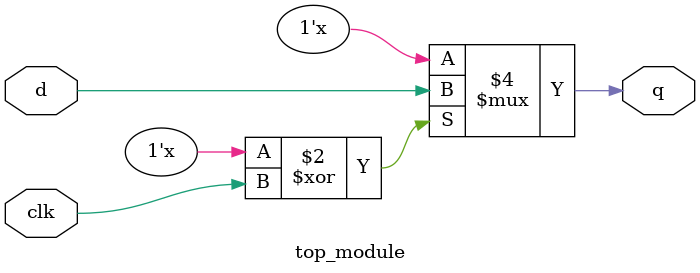
<source format=v>
module top_module (
    input clk,
    input d,
    output q
);
    reg prev_clk;
  
    always@(*) begin
        if(prev_clk^clk) begin
        prev_clk<=clk;
        q<=d;
        end
        else
            q<=q;
    end

endmodule

</source>
